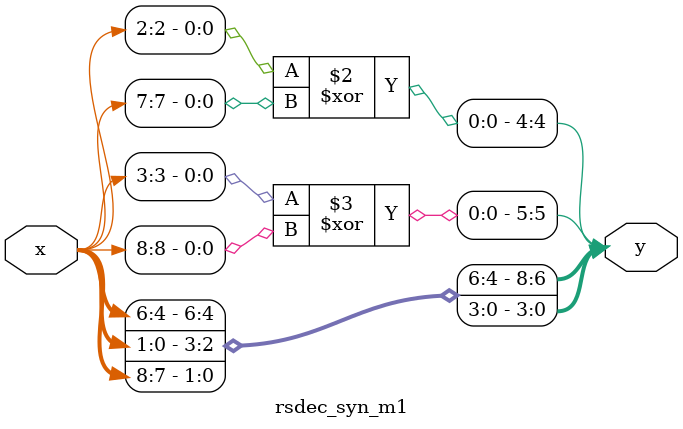
<source format=v>
module rsdec_syn_m1 (y, x);
	input [8:0] x;
	output [8:0] y;
	reg [8:0] y;
	always @ (x)
	begin
		y[0] = x[7];
		y[1] = x[8];
		y[2] = x[0];
		y[3] = x[1];
		y[4] = x[2] ^ x[7];
		y[5] = x[3] ^ x[8];
		y[6] = x[4];
		y[7] = x[5];
		y[8] = x[6];
	end
endmodule
</source>
